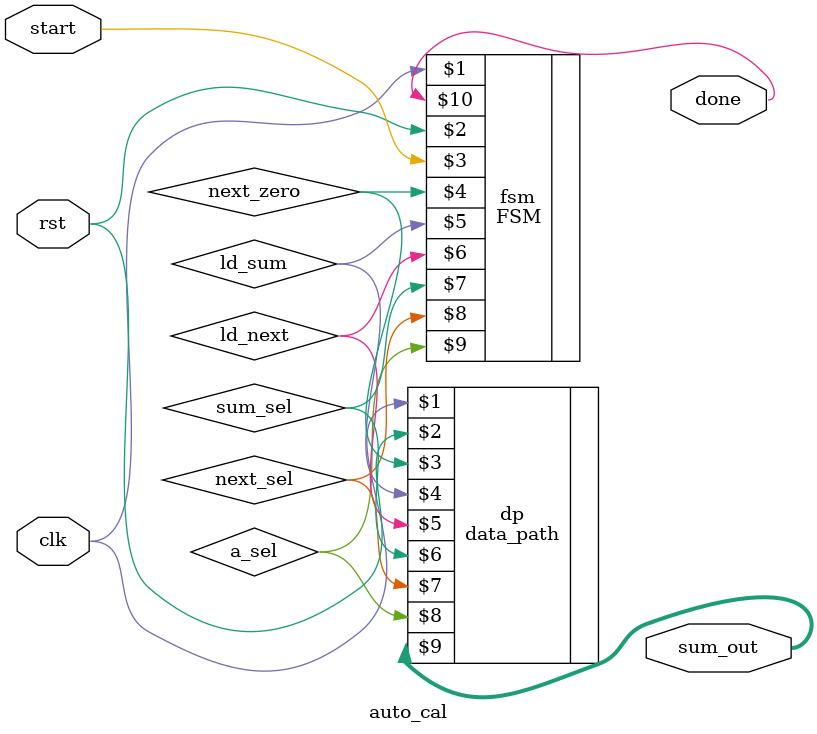
<source format=v>
`timescale 1ns / 1ps


module auto_cal#(parameter DATA_WIDTH = 8)(start,rst,clk,done,sum_out);
    input start,rst,clk;
    output wire done;
    output wire [DATA_WIDTH-1:0]sum_out;
    wire next_zero,ld_sum,ld_next,sum_sel,next_sel,a_sel;
    
    FSM fsm(clk,rst,start,next_zero,ld_sum,ld_next,sum_sel,next_sel,a_sel,done);
    data_path #(DATA_WIDTH)dp(clk,rst,next_zero,ld_sum,ld_next,sum_sel,next_sel,a_sel,sum_out);
endmodule


</source>
